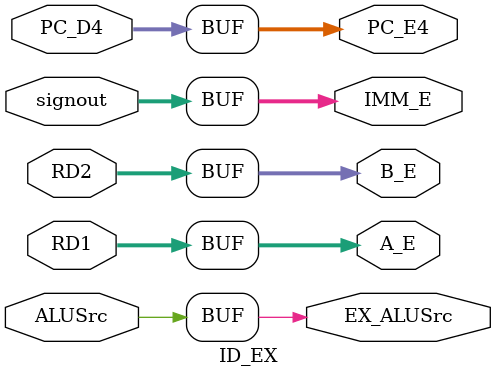
<source format=v>
module ID_EX(PC_D4, RD1, RD2, signout, ALUSrc, PC_E4, A_E, B_E, IMM_E, EX_ALUSrc);

    input [31:0] PC_D4;
    input [31:0] RD1;
    input [31:0] RD2;
    input [31:0] signout;
    input ALUSrc;
    output reg [31:0] PC_E4;
    output reg [31:0] A_E;
    output reg [31:0] B_E;
    output reg [31:0] IMM_E;
    output reg EX_ALUSrc;



    always @(*) begin
        PC_E4 <= PC_D4;
        A_E <= RD1;
        B_E <= RD2;
        IMM_E <= signout;
        EX_ALUSrc <= ALUSrc;
    end


endmodule
</source>
